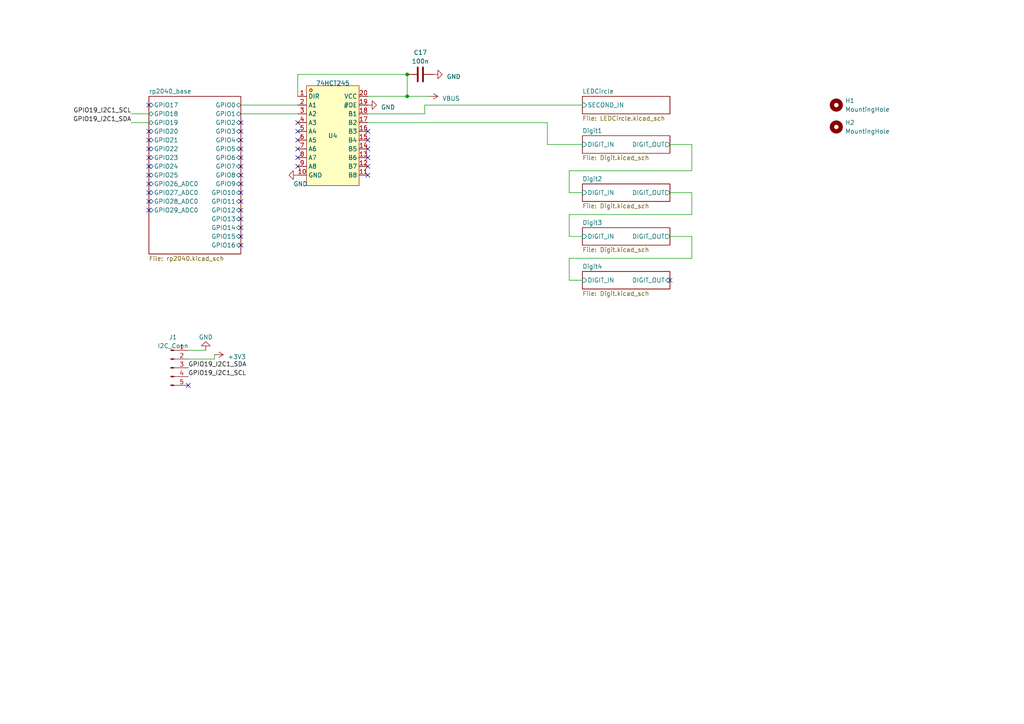
<source format=kicad_sch>
(kicad_sch (version 20250114) (generator "eeschema") (generator_version "9.0")
  (paper "A4")
  (lib_symbols
    (symbol "Connector:Conn_01x05_Pin" (pin_names (offset 1.016) (hide yes))
      (property "Reference" "J" (at 0 7.62 0))
      (property "Value" "Conn_01x05_Pin" (at 0 -7.62 0))
      (symbol "Conn_01x05_Pin_1_1"
        (rectangle (start 0.8636 5.207) (end 0 4.953) (stroke (width 0.1524)) (fill (type outline)))
        (rectangle (start 0.8636 2.667) (end 0 2.413) (stroke (width 0.1524)) (fill (type outline)))
        (rectangle (start 0.8636 0.127) (end 0 -0.127) (stroke (width 0.1524)) (fill (type outline)))
        (rectangle (start 0.8636 -2.413) (end 0 -2.667) (stroke (width 0.1524)) (fill (type outline)))
        (rectangle (start 0.8636 -4.953) (end 0 -5.207) (stroke (width 0.1524)) (fill (type outline)))
        (polyline (pts (xy 1.27 5.08) (xy 0.8636 5.08)) (stroke (width 0.1524)))
        (polyline (pts (xy 1.27 2.54) (xy 0.8636 2.54)) (stroke (width 0.1524)))
        (polyline (pts (xy 1.27 0) (xy 0.8636 0)) (stroke (width 0.1524)))
        (polyline (pts (xy 1.27 -2.54) (xy 0.8636 -2.54)) (stroke (width 0.1524)))
        (polyline (pts (xy 1.27 -5.08) (xy 0.8636 -5.08)) (stroke (width 0.1524)))
        (pin passive line (at 5.08 5.08 180) (length 3.81) (name "Pin_1") (number "1"))
        (pin passive line (at 5.08 2.54 180) (length 3.81) (name "Pin_2") (number "2"))
        (pin passive line (at 5.08 0 180) (length 3.81) (name "Pin_3") (number "3"))
        (pin passive line (at 5.08 -2.54 180) (length 3.81) (name "Pin_4") (number "4"))
        (pin passive line (at 5.08 -5.08 180) (length 3.81) (name "Pin_5") (number "5"))
      )
    )
    (symbol "Device:C" (pin_numbers (hide yes)) (pin_names (offset 0.254))
      (property "Reference" "C" (at 0.635 2.54 0))
      (property "Value" "C" (at 0.635 -2.54 0))
      (symbol "C_0_1"
        (polyline (pts (xy -2.032 0.762) (xy 2.032 0.762)) (stroke (width 0.508)))
        (polyline (pts (xy -2.032 -0.762) (xy 2.032 -0.762)) (stroke (width 0.508)))
      )
      (symbol "C_1_1"
        (pin passive line (at 0 3.81 270) (length 2.794) (name "~") (number "1"))
        (pin passive line (at 0 -3.81 90) (length 2.794) (name "~") (number "2"))
      )
    )
    (symbol "Mechanical:MountingHole" (pin_names (offset 1.016))
      (property "Reference" "H" (at 0 5.08 0))
      (property "Value" "MountingHole" (at 0 3.175 0))
      (symbol "MountingHole_0_1"
        (circle (center 0 0) (radius 1.27) (stroke (width 1.27)))
      )
    )
    (symbol "easyeda2kicad:SN74HCT245NSR"
      (property "Reference" "U" (at 0 16.51 0))
      (property "Value" "SN74HCT245NSR" (at 0 -16.51 0))
      (symbol "SN74HCT245NSR_0_1"
        (rectangle (start -7.62 14.48) (end 7.62 -14.48) (fill (type background)))
        (circle (center -6.35 13.21) (radius 0.38))
        (circle (center -6.35 13.21) (radius 0.38))
        (pin input line (at -10.16 11.43 0) (length 2.54) (name "DIR") (number "1"))
        (pin bidirectional line (at -10.16 8.89 0) (length 2.54) (name "A1") (number "2"))
        (pin bidirectional line (at -10.16 6.35 0) (length 2.54) (name "A2") (number "3"))
        (pin bidirectional line (at -10.16 3.81 0) (length 2.54) (name "A3") (number "4"))
        (pin bidirectional line (at -10.16 1.27 0) (length 2.54) (name "A4") (number "5"))
        (pin bidirectional line (at -10.16 -1.27 0) (length 2.54) (name "A5") (number "6"))
        (pin bidirectional line (at -10.16 -3.81 0) (length 2.54) (name "A6") (number "7"))
        (pin bidirectional line (at -10.16 -6.35 0) (length 2.54) (name "A7") (number "8"))
        (pin bidirectional line (at -10.16 -8.89 0) (length 2.54) (name "A8") (number "9"))
        (pin power_in line (at -10.16 -11.43 0) (length 2.54) (name "GND") (number "10"))
        (pin power_in line (at 10.16 11.43 180) (length 2.54) (name "VCC") (number "20"))
        (pin input line (at 10.16 8.89 180) (length 2.54) (name "#OE") (number "19"))
        (pin bidirectional line (at 10.16 6.35 180) (length 2.54) (name "B1") (number "18"))
        (pin bidirectional line (at 10.16 3.81 180) (length 2.54) (name "B2") (number "17"))
        (pin bidirectional line (at 10.16 1.27 180) (length 2.54) (name "B3") (number "16"))
        (pin bidirectional line (at 10.16 -1.27 180) (length 2.54) (name "B4") (number "15"))
        (pin bidirectional line (at 10.16 -3.81 180) (length 2.54) (name "B5") (number "14"))
        (pin bidirectional line (at 10.16 -6.35 180) (length 2.54) (name "B6") (number "13"))
        (pin bidirectional line (at 10.16 -8.89 180) (length 2.54) (name "B7") (number "12"))
        (pin bidirectional line (at 10.16 -11.43 180) (length 2.54) (name "B8") (number "11"))
      )
    )
    (symbol "power:+3V3" (power) (pin_names (offset 0))
      (property "Value" "+3V3" (at 0 3.556 0))
      (symbol "+3V3_0_1"
        (polyline (pts (xy -0.762 1.27) (xy 0 2.54)))
        (polyline (pts (xy 0 2.54) (xy 0.762 1.27)))
        (polyline (pts (xy 0 0) (xy 0 2.54)))
      )
      (symbol "+3V3_1_1"
        (pin power_in line (at 0 0 90) (length 0) (hide yes) (name "+3V3") (number "1"))
      )
    )
    (symbol "power:GND" (power) (pin_names (offset 0))
      (property "Value" "GND" (at 0 -3.81 0))
      (symbol "GND_0_1"
        (polyline (pts (xy 0 0) (xy 0 -1.27) (xy 1.27 -1.27) (xy 0 -2.54) (xy -1.27 -1.27) (xy 0 -1.27)))
      )
      (symbol "GND_1_1"
        (pin power_in line (at 0 0 270) (length 0) (hide yes) (name "GND") (number "1"))
      )
    )
    (symbol "power:VBUS" (power) (pin_names (offset 0))
      (property "Value" "VBUS" (at 0 3.81 0))
      (symbol "VBUS_0_1"
        (polyline (pts (xy -0.762 1.27) (xy 0 2.54)))
        (polyline (pts (xy 0 2.54) (xy 0.762 1.27)))
        (polyline (pts (xy 0 0) (xy 0 2.54)))
      )
      (symbol "VBUS_1_1"
        (pin power_in line (at 0 0 90) (length 0) (hide yes) (name "VBUS") (number "1"))
      )
    )
  )
  (junction (at 118.11 27.94))
  (junction (at 118.11 21.59))
  (no_connect (at 69.85 45.72))
  (no_connect (at 86.36 43.18))
  (no_connect (at 69.85 35.56))
  (no_connect (at 69.85 50.8))
  (no_connect (at 69.85 53.34))
  (no_connect (at 86.36 40.64))
  (no_connect (at 43.18 38.1))
  (no_connect (at 43.18 43.18))
  (no_connect (at 43.18 45.72))
  (no_connect (at 69.85 68.58))
  (no_connect (at 69.85 58.42))
  (no_connect (at 43.18 58.42))
  (no_connect (at 106.68 48.26))
  (no_connect (at 54.61 111.76))
  (no_connect (at 43.18 50.8))
  (no_connect (at 43.18 30.48))
  (no_connect (at 43.18 55.88))
  (no_connect (at 69.85 55.88))
  (no_connect (at 43.18 60.96))
  (no_connect (at 106.68 45.72))
  (no_connect (at 43.18 48.26))
  (no_connect (at 69.85 60.96))
  (no_connect (at 86.36 48.26))
  (no_connect (at 86.36 35.56))
  (no_connect (at 106.68 50.8))
  (no_connect (at 194.31 81.28))
  (no_connect (at 106.68 38.1))
  (no_connect (at 86.36 38.1))
  (no_connect (at 69.85 38.1))
  (no_connect (at 106.68 40.64))
  (no_connect (at 69.85 40.64))
  (no_connect (at 69.85 43.18))
  (no_connect (at 69.85 66.04))
  (no_connect (at 69.85 63.5))
  (no_connect (at 69.85 71.12))
  (no_connect (at 69.85 48.26))
  (no_connect (at 43.18 53.34))
  (no_connect (at 43.18 40.64))
  (no_connect (at 106.68 43.18))
  (no_connect (at 86.36 45.72))
  (wire (pts (xy 54.61 104.14) (xy 62.23 104.14)))
  (wire (pts (xy 54.61 101.6) (xy 59.69 101.6)))
  (wire (pts (xy 118.11 21.59) (xy 86.36 21.59)))
  (wire (pts (xy 165.1 49.53) (xy 165.1 55.88)))
  (wire (pts (xy 165.1 74.93) (xy 165.1 81.28)))
  (wire (pts (xy 200.66 74.93) (xy 165.1 74.93)))
  (wire (pts (xy 123.19 33.02) (xy 106.68 33.02)))
  (wire (pts (xy 194.31 55.88) (xy 200.66 55.88)))
  (wire (pts (xy 200.66 62.23) (xy 165.1 62.23)))
  (wire (pts (xy 200.66 55.88) (xy 200.66 62.23)))
  (wire (pts (xy 194.31 41.91) (xy 200.66 41.91)))
  (wire (pts (xy 38.1 35.56) (xy 43.18 35.56)))
  (wire (pts (xy 69.85 33.02) (xy 86.36 33.02)))
  (wire (pts (xy 106.68 27.94) (xy 118.11 27.94)))
  (wire (pts (xy 106.68 35.56) (xy 158.75 35.56)))
  (wire (pts (xy 165.1 62.23) (xy 165.1 68.58)))
  (wire (pts (xy 118.11 27.94) (xy 124.46 27.94)))
  (wire (pts (xy 200.66 49.53) (xy 165.1 49.53)))
  (wire (pts (xy 165.1 81.28) (xy 168.91 81.28)))
  (wire (pts (xy 86.36 21.59) (xy 86.36 27.94)))
  (wire (pts (xy 158.75 41.91) (xy 168.91 41.91)))
  (wire (pts (xy 165.1 68.58) (xy 168.91 68.58)))
  (wire (pts (xy 118.11 21.59) (xy 118.11 27.94)))
  (wire (pts (xy 38.1 33.02) (xy 43.18 33.02)))
  (wire (pts (xy 194.31 68.58) (xy 200.66 68.58)))
  (wire (pts (xy 62.23 104.14) (xy 62.23 102.87)))
  (wire (pts (xy 158.75 35.56) (xy 158.75 41.91)))
  (wire (pts (xy 168.91 30.48) (xy 123.19 30.48)))
  (wire (pts (xy 69.85 30.48) (xy 86.36 30.48)))
  (wire (pts (xy 200.66 41.91) (xy 200.66 49.53)))
  (wire (pts (xy 165.1 55.88) (xy 168.91 55.88)))
  (wire (pts (xy 200.66 68.58) (xy 200.66 74.93)))
  (wire (pts (xy 123.19 30.48) (xy 123.19 33.02)))
  (label "GPIO19_I2C1_SDA" (at 38.1 35.56 180))
  (label "GPIO19_I2C1_SCL" (at 38.1 33.02 180))
  (label "GPIO19_I2C1_SCL" (at 54.61 109.22 0))
  (label "GPIO19_I2C1_SDA" (at 54.61 106.68 0))
  (symbol (lib_id "Mechanical:MountingHole") (at 242.57 36.83 0) (unit 1)
    (property "Reference" "H2" (at 245.11 35.5599 0) (effects (justify left)))
    (property "Value" "MountingHole" (at 245.11 38.0999 0) (effects (justify left)))
    (property "Footprint" "ToolingHole:ToolingHole_JLCSMT" (effects (hide yes)))
  )
  (symbol (lib_id "power:GND") (at 86.36 50.8 270) (unit 1)
    (property "Reference" "#PWR0122" (effects (hide yes)))
    (property "Value" "GND" (at 85.09 53.34 90) (effects (justify left)))
  )
  (symbol (lib_id "power:+3V3") (at 62.23 102.87 270) (unit 1)
    (property "Reference" "#PWR06" (effects (hide yes)))
    (property "Value" "+3V3" (at 66.04 103.505 90) (effects (justify left)))
  )
  (symbol (lib_id "power:GND") (at 59.69 101.6 180) (unit 1)
    (property "Reference" "#PWR05" (effects (hide yes)))
    (property "Value" "GND" (at 59.69 97.79 0))
  )
  (symbol (lib_id "power:GND") (at 106.68 30.48 90) (unit 1)
    (property "Reference" "#PWR08" (effects (hide yes)))
    (property "Value" "GND" (at 110.49 31.115 90) (effects (justify right)))
  )
  (symbol (lib_id "Device:C") (at 121.92 21.59 90) (unit 1)
    (property "Reference" "C17" (at 121.92 15.24 90))
    (property "Value" "100n" (at 121.92 17.78 90))
    (property "Footprint" "Capacitor_SMD:C_0402_1005Metric" (effects (hide yes)))
    (property "LCSC" "C1525" (effects (hide yes)))
  )
  (symbol (lib_id "Mechanical:MountingHole") (at 242.57 30.48 0) (unit 1)
    (property "Reference" "H1" (at 245.11 29.2099 0) (effects (justify left)))
    (property "Value" "MountingHole" (at 245.11 31.7499 0) (effects (justify left)))
    (property "Footprint" "ToolingHole:ToolingHole_JLCSMT" (effects (hide yes)))
  )
  (symbol (lib_id "Connector:Conn_01x05_Pin") (at 49.53 106.68 0) (unit 1)
    (property "Reference" "J1" (at 50.165 97.79 0))
    (property "Value" "I2C_Conn" (at 50.165 100.33 0))
    (property "Footprint" "Connector_PinHeader_2.54mm:PinHeader_1x05_P2.54mm_Vertical" (effects (hide yes)))
  )
  (symbol (lib_id "power:VBUS") (at 124.46 27.94 270) (unit 1)
    (property "Reference" "#PWR0123" (effects (hide yes)))
    (property "Value" "VBUS" (at 128.27 28.575 90) (effects (justify left)))
  )
  (symbol (lib_id "easyeda2kicad:SN74HCT245NSR") (at 96.52 39.37 0) (unit 1)
    (property "Reference" "U4" (at 96.52 39.37 0))
    (property "Value" "74HCT245" (at 96.52 24.13 0))
    (property "Footprint" "Package_SO:SOIC-20W_7.5x12.8mm_P1.27mm" (effects (hide yes)))
    (property "Datasheet" "https://lcsc.com/product-detail/74-Series_TI_SN74HCT245NSR_SN74HCT245NSR_C133641.html" (effects (hide yes)))
    (property "LCSC" "C133641" (effects (hide yes)))
    (property "Manufacturer" "TI(德州仪器)" (effects (hide yes)))
    (property "LCSC Part" "C133641" (effects (hide yes)))
    (property "JLC Part" "Extended Part" (effects (hide yes)))
  )
  (symbol (lib_id "power:GND") (at 125.73 21.59 90) (unit 1)
    (property "Reference" "#PWR07" (effects (hide yes)))
    (property "Value" "GND" (at 129.54 22.225 90) (effects (justify right)))
  )
  (sheet (at 168.91 53.34) (size 25.4 5.08) (stroke (width 0.1524))
    (property "Sheetname" "Digit2" (at 168.91 52.6284 0) (effects (justify left bottom)))
    (property "Sheetfile" "Digit.kicad_sch" (at 168.91 59.0046 0) (effects (justify left top)))
    (pin "DIGIT_IN" input (at 168.91 55.88 180))
    (pin "DIGIT_OUT" output (at 194.31 55.88 0))
  )
  (sheet (at 168.91 39.37) (size 25.4 5.08) (stroke (width 0.1524))
    (property "Sheetname" "Digit1" (at 168.91 38.6584 0) (effects (justify left bottom)))
    (property "Sheetfile" "Digit.kicad_sch" (at 168.91 45.0346 0) (effects (justify left top)))
    (pin "DIGIT_IN" input (at 168.91 41.91 180))
    (pin "DIGIT_OUT" output (at 194.31 41.91 0))
  )
  (sheet (at 168.91 66.04) (size 25.4 5.08) (stroke (width 0.1524))
    (property "Sheetname" "Digit3" (at 168.91 65.3284 0) (effects (justify left bottom)))
    (property "Sheetfile" "Digit.kicad_sch" (at 168.91 71.7046 0) (effects (justify left top)))
    (pin "DIGIT_IN" input (at 168.91 68.58 180))
    (pin "DIGIT_OUT" output (at 194.31 68.58 0))
  )
  (sheet (at 168.91 78.74) (size 25.4 5.08) (stroke (width 0.1524))
    (property "Sheetname" "Digit4" (at 168.91 78.0284 0) (effects (justify left bottom)))
    (property "Sheetfile" "Digit.kicad_sch" (at 168.91 84.4046 0) (effects (justify left top)))
    (pin "DIGIT_IN" input (at 168.91 81.28 180))
    (pin "DIGIT_OUT" input (at 194.31 81.28 0))
  )
  (sheet (at 168.91 27.94) (size 25.4 5.08) (stroke (width 0.1524))
    (property "Sheetname" "LEDCircle" (at 168.91 27.2284 0) (effects (justify left bottom)))
    (property "Sheetfile" "LEDCircle.kicad_sch" (at 168.91 33.6046 0) (effects (justify left top)))
    (pin "SECOND_IN" input (at 168.91 30.48 180))
  )
  (sheet (at 43.18 27.94) (size 26.67 45.72) (stroke (width 0.1524))
    (property "Sheetname" "rp2040_base" (at 43.18 27.2284 0) (effects (justify left bottom)))
    (property "Sheetfile" "rp2040.kicad_sch" (at 43.18 74.2446 0) (effects (justify left top)))
    (pin "GPIO22" bidirectional (at 43.18 43.18 180))
    (pin "GPIO23" bidirectional (at 43.18 45.72 180))
    (pin "GPIO25" bidirectional (at 43.18 50.8 180))
    (pin "GPIO24" bidirectional (at 43.18 48.26 180))
    (pin "GPIO21" bidirectional (at 43.18 40.64 180))
    (pin "GPIO28_ADC0" bidirectional (at 43.18 58.42 180))
    (pin "GPIO26_ADC0" bidirectional (at 43.18 53.34 180))
    (pin "GPIO27_ADC0" bidirectional (at 43.18 55.88 180))
    (pin "GPIO29_ADC0" bidirectional (at 43.18 60.96 180))
    (pin "GPIO18" bidirectional (at 43.18 33.02 180))
    (pin "GPIO19" bidirectional (at 43.18 35.56 180))
    (pin "GPIO17" bidirectional (at 43.18 30.48 180))
    (pin "GPIO16" bidirectional (at 69.85 71.12 0))
    (pin "GPIO20" bidirectional (at 43.18 38.1 180))
    (pin "GPIO9" bidirectional (at 69.85 53.34 0))
    (pin "GPIO6" bidirectional (at 69.85 45.72 0))
    (pin "GPIO8" bidirectional (at 69.85 50.8 0))
    (pin "GPIO7" bidirectional (at 69.85 48.26 0))
    (pin "GPIO10" bidirectional (at 69.85 55.88 0))
    (pin "GPIO14" bidirectional (at 69.85 66.04 0))
    (pin "GPIO13" bidirectional (at 69.85 63.5 0))
    (pin "GPIO12" bidirectional (at 69.85 60.96 0))
    (pin "GPIO15" bidirectional (at 69.85 68.58 0))
    (pin "GPIO11" bidirectional (at 69.85 58.42 0))
    (pin "GPIO3" bidirectional (at 69.85 38.1 0))
    (pin "GPIO4" bidirectional (at 69.85 40.64 0))
    (pin "GPIO5" bidirectional (at 69.85 43.18 0))
    (pin "GPIO1" bidirectional (at 69.85 33.02 0))
    (pin "GPIO2" bidirectional (at 69.85 35.56 0))
    (pin "GPIO0" bidirectional (at 69.85 30.48 0))
  )
)
</source>
